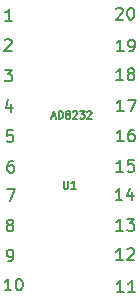
<source format=gbr>
%TF.GenerationSoftware,KiCad,Pcbnew,(6.0.9)*%
%TF.CreationDate,2022-12-23T02:35:25-08:00*%
%TF.ProjectId,AD8232_breakout,41443832-3332-45f6-9272-65616b6f7574,rev?*%
%TF.SameCoordinates,Original*%
%TF.FileFunction,Legend,Top*%
%TF.FilePolarity,Positive*%
%FSLAX46Y46*%
G04 Gerber Fmt 4.6, Leading zero omitted, Abs format (unit mm)*
G04 Created by KiCad (PCBNEW (6.0.9)) date 2022-12-23 02:35:25*
%MOMM*%
%LPD*%
G01*
G04 APERTURE LIST*
%ADD10C,0.150000*%
G04 APERTURE END LIST*
D10*
X142532076Y-93610180D02*
X142341600Y-93610180D01*
X142246361Y-93657800D01*
X142198742Y-93705419D01*
X142103504Y-93848276D01*
X142055885Y-94038752D01*
X142055885Y-94419704D01*
X142103504Y-94514942D01*
X142151123Y-94562561D01*
X142246361Y-94610180D01*
X142436838Y-94610180D01*
X142532076Y-94562561D01*
X142579695Y-94514942D01*
X142627314Y-94419704D01*
X142627314Y-94181609D01*
X142579695Y-94086371D01*
X142532076Y-94038752D01*
X142436838Y-93991133D01*
X142246361Y-93991133D01*
X142151123Y-94038752D01*
X142103504Y-94086371D01*
X142055885Y-94181609D01*
X142008266Y-96023180D02*
X142674933Y-96023180D01*
X142246361Y-97023180D01*
X151904723Y-104719380D02*
X151333295Y-104719380D01*
X151619009Y-104719380D02*
X151619009Y-103719380D01*
X151523771Y-103862238D01*
X151428533Y-103957476D01*
X151333295Y-104005095D01*
X152857104Y-104719380D02*
X152285676Y-104719380D01*
X152571390Y-104719380D02*
X152571390Y-103719380D01*
X152476152Y-103862238D01*
X152380914Y-103957476D01*
X152285676Y-104005095D01*
X151879323Y-91968580D02*
X151307895Y-91968580D01*
X151593609Y-91968580D02*
X151593609Y-90968580D01*
X151498371Y-91111438D01*
X151403133Y-91206676D01*
X151307895Y-91254295D01*
X152736466Y-90968580D02*
X152545990Y-90968580D01*
X152450752Y-91016200D01*
X152403133Y-91063819D01*
X152307895Y-91206676D01*
X152260276Y-91397152D01*
X152260276Y-91778104D01*
X152307895Y-91873342D01*
X152355514Y-91920961D01*
X152450752Y-91968580D01*
X152641228Y-91968580D01*
X152736466Y-91920961D01*
X152784085Y-91873342D01*
X152831704Y-91778104D01*
X152831704Y-91540009D01*
X152784085Y-91444771D01*
X152736466Y-91397152D01*
X152641228Y-91349533D01*
X152450752Y-91349533D01*
X152355514Y-91397152D01*
X152307895Y-91444771D01*
X152260276Y-91540009D01*
X151777723Y-96946980D02*
X151206295Y-96946980D01*
X151492009Y-96946980D02*
X151492009Y-95946980D01*
X151396771Y-96089838D01*
X151301533Y-96185076D01*
X151206295Y-96232695D01*
X152634866Y-96280314D02*
X152634866Y-96946980D01*
X152396771Y-95899361D02*
X152158676Y-96613647D01*
X152777723Y-96613647D01*
X141830466Y-85888580D02*
X142449514Y-85888580D01*
X142116180Y-86269533D01*
X142259038Y-86269533D01*
X142354276Y-86317152D01*
X142401895Y-86364771D01*
X142449514Y-86460009D01*
X142449514Y-86698104D01*
X142401895Y-86793342D01*
X142354276Y-86840961D01*
X142259038Y-86888580D01*
X141973323Y-86888580D01*
X141878085Y-86840961D01*
X141830466Y-86793342D01*
X142170161Y-99017152D02*
X142074923Y-98969533D01*
X142027304Y-98921914D01*
X141979685Y-98826676D01*
X141979685Y-98779057D01*
X142027304Y-98683819D01*
X142074923Y-98636200D01*
X142170161Y-98588580D01*
X142360638Y-98588580D01*
X142455876Y-98636200D01*
X142503495Y-98683819D01*
X142551114Y-98779057D01*
X142551114Y-98826676D01*
X142503495Y-98921914D01*
X142455876Y-98969533D01*
X142360638Y-99017152D01*
X142170161Y-99017152D01*
X142074923Y-99064771D01*
X142027304Y-99112390D01*
X141979685Y-99207628D01*
X141979685Y-99398104D01*
X142027304Y-99493342D01*
X142074923Y-99540961D01*
X142170161Y-99588580D01*
X142360638Y-99588580D01*
X142455876Y-99540961D01*
X142503495Y-99493342D01*
X142551114Y-99398104D01*
X142551114Y-99207628D01*
X142503495Y-99112390D01*
X142455876Y-99064771D01*
X142360638Y-99017152D01*
X151879323Y-84348580D02*
X151307895Y-84348580D01*
X151593609Y-84348580D02*
X151593609Y-83348580D01*
X151498371Y-83491438D01*
X151403133Y-83586676D01*
X151307895Y-83634295D01*
X152355514Y-84348580D02*
X152545990Y-84348580D01*
X152641228Y-84300961D01*
X152688847Y-84253342D01*
X152784085Y-84110485D01*
X152831704Y-83920009D01*
X152831704Y-83539057D01*
X152784085Y-83443819D01*
X152736466Y-83396200D01*
X152641228Y-83348580D01*
X152450752Y-83348580D01*
X152355514Y-83396200D01*
X152307895Y-83443819D01*
X152260276Y-83539057D01*
X152260276Y-83777152D01*
X152307895Y-83872390D01*
X152355514Y-83920009D01*
X152450752Y-83967628D01*
X152641228Y-83967628D01*
X152736466Y-83920009D01*
X152784085Y-83872390D01*
X152831704Y-83777152D01*
X151828523Y-99537780D02*
X151257095Y-99537780D01*
X151542809Y-99537780D02*
X151542809Y-98537780D01*
X151447571Y-98680638D01*
X151352333Y-98775876D01*
X151257095Y-98823495D01*
X152161857Y-98537780D02*
X152780904Y-98537780D01*
X152447571Y-98918733D01*
X152590428Y-98918733D01*
X152685666Y-98966352D01*
X152733285Y-99013971D01*
X152780904Y-99109209D01*
X152780904Y-99347304D01*
X152733285Y-99442542D01*
X152685666Y-99490161D01*
X152590428Y-99537780D01*
X152304714Y-99537780D01*
X152209476Y-99490161D01*
X152161857Y-99442542D01*
X142449514Y-81757780D02*
X141878085Y-81757780D01*
X142163800Y-81757780D02*
X142163800Y-80757780D01*
X142068561Y-80900638D01*
X141973323Y-80995876D01*
X141878085Y-81043495D01*
X142379723Y-104592380D02*
X141808295Y-104592380D01*
X142094009Y-104592380D02*
X142094009Y-103592380D01*
X141998771Y-103735238D01*
X141903533Y-103830476D01*
X141808295Y-103878095D01*
X142998771Y-103592380D02*
X143094009Y-103592380D01*
X143189247Y-103640000D01*
X143236866Y-103687619D01*
X143284485Y-103782857D01*
X143332104Y-103973333D01*
X143332104Y-104211428D01*
X143284485Y-104401904D01*
X143236866Y-104497142D01*
X143189247Y-104544761D01*
X143094009Y-104592380D01*
X142998771Y-104592380D01*
X142903533Y-104544761D01*
X142855914Y-104497142D01*
X142808295Y-104401904D01*
X142760676Y-104211428D01*
X142760676Y-103973333D01*
X142808295Y-103782857D01*
X142855914Y-103687619D01*
X142903533Y-103640000D01*
X142998771Y-103592380D01*
X151904723Y-89428580D02*
X151333295Y-89428580D01*
X151619009Y-89428580D02*
X151619009Y-88428580D01*
X151523771Y-88571438D01*
X151428533Y-88666676D01*
X151333295Y-88714295D01*
X152238057Y-88428580D02*
X152904723Y-88428580D01*
X152476152Y-89428580D01*
X151828523Y-102026980D02*
X151257095Y-102026980D01*
X151542809Y-102026980D02*
X151542809Y-101026980D01*
X151447571Y-101169838D01*
X151352333Y-101265076D01*
X151257095Y-101312695D01*
X152209476Y-101122219D02*
X152257095Y-101074600D01*
X152352333Y-101026980D01*
X152590428Y-101026980D01*
X152685666Y-101074600D01*
X152733285Y-101122219D01*
X152780904Y-101217457D01*
X152780904Y-101312695D01*
X152733285Y-101455552D01*
X152161857Y-102026980D01*
X152780904Y-102026980D01*
X151853923Y-86786980D02*
X151282495Y-86786980D01*
X151568209Y-86786980D02*
X151568209Y-85786980D01*
X151472971Y-85929838D01*
X151377733Y-86025076D01*
X151282495Y-86072695D01*
X152425352Y-86215552D02*
X152330114Y-86167933D01*
X152282495Y-86120314D01*
X152234876Y-86025076D01*
X152234876Y-85977457D01*
X152282495Y-85882219D01*
X152330114Y-85834600D01*
X152425352Y-85786980D01*
X152615828Y-85786980D01*
X152711066Y-85834600D01*
X152758685Y-85882219D01*
X152806304Y-85977457D01*
X152806304Y-86025076D01*
X152758685Y-86120314D01*
X152711066Y-86167933D01*
X152615828Y-86215552D01*
X152425352Y-86215552D01*
X152330114Y-86263171D01*
X152282495Y-86310790D01*
X152234876Y-86406028D01*
X152234876Y-86596504D01*
X152282495Y-86691742D01*
X152330114Y-86739361D01*
X152425352Y-86786980D01*
X152615828Y-86786980D01*
X152711066Y-86739361D01*
X152758685Y-86691742D01*
X152806304Y-86596504D01*
X152806304Y-86406028D01*
X152758685Y-86310790D01*
X152711066Y-86263171D01*
X152615828Y-86215552D01*
X142074923Y-102128580D02*
X142265400Y-102128580D01*
X142360638Y-102080961D01*
X142408257Y-102033342D01*
X142503495Y-101890485D01*
X142551114Y-101700009D01*
X142551114Y-101319057D01*
X142503495Y-101223819D01*
X142455876Y-101176200D01*
X142360638Y-101128580D01*
X142170161Y-101128580D01*
X142074923Y-101176200D01*
X142027304Y-101223819D01*
X141979685Y-101319057D01*
X141979685Y-101557152D01*
X142027304Y-101652390D01*
X142074923Y-101700009D01*
X142170161Y-101747628D01*
X142360638Y-101747628D01*
X142455876Y-101700009D01*
X142503495Y-101652390D01*
X142551114Y-101557152D01*
X142379676Y-88787314D02*
X142379676Y-89453980D01*
X142141580Y-88406361D02*
X141903485Y-89120647D01*
X142522533Y-89120647D01*
X151853923Y-94533980D02*
X151282495Y-94533980D01*
X151568209Y-94533980D02*
X151568209Y-93533980D01*
X151472971Y-93676838D01*
X151377733Y-93772076D01*
X151282495Y-93819695D01*
X152758685Y-93533980D02*
X152282495Y-93533980D01*
X152234876Y-94010171D01*
X152282495Y-93962552D01*
X152377733Y-93914933D01*
X152615828Y-93914933D01*
X152711066Y-93962552D01*
X152758685Y-94010171D01*
X152806304Y-94105409D01*
X152806304Y-94343504D01*
X152758685Y-94438742D01*
X152711066Y-94486361D01*
X152615828Y-94533980D01*
X152377733Y-94533980D01*
X152282495Y-94486361D01*
X152234876Y-94438742D01*
X151257095Y-80751419D02*
X151304714Y-80703800D01*
X151399952Y-80656180D01*
X151638047Y-80656180D01*
X151733285Y-80703800D01*
X151780904Y-80751419D01*
X151828523Y-80846657D01*
X151828523Y-80941895D01*
X151780904Y-81084752D01*
X151209476Y-81656180D01*
X151828523Y-81656180D01*
X152447571Y-80656180D02*
X152542809Y-80656180D01*
X152638047Y-80703800D01*
X152685666Y-80751419D01*
X152733285Y-80846657D01*
X152780904Y-81037133D01*
X152780904Y-81275228D01*
X152733285Y-81465704D01*
X152685666Y-81560942D01*
X152638047Y-81608561D01*
X152542809Y-81656180D01*
X152447571Y-81656180D01*
X152352333Y-81608561D01*
X152304714Y-81560942D01*
X152257095Y-81465704D01*
X152209476Y-81275228D01*
X152209476Y-81037133D01*
X152257095Y-80846657D01*
X152304714Y-80751419D01*
X152352333Y-80703800D01*
X152447571Y-80656180D01*
X141827285Y-83418419D02*
X141874904Y-83370800D01*
X141970142Y-83323180D01*
X142208238Y-83323180D01*
X142303476Y-83370800D01*
X142351095Y-83418419D01*
X142398714Y-83513657D01*
X142398714Y-83608895D01*
X142351095Y-83751752D01*
X141779666Y-84323180D01*
X142398714Y-84323180D01*
X142503495Y-91019380D02*
X142027304Y-91019380D01*
X141979685Y-91495571D01*
X142027304Y-91447952D01*
X142122542Y-91400333D01*
X142360638Y-91400333D01*
X142455876Y-91447952D01*
X142503495Y-91495571D01*
X142551114Y-91590809D01*
X142551114Y-91828904D01*
X142503495Y-91924142D01*
X142455876Y-91971761D01*
X142360638Y-92019380D01*
X142122542Y-92019380D01*
X142027304Y-91971761D01*
X141979685Y-91924142D01*
%TO.C,U1*%
X146832380Y-95331323D02*
X146832380Y-95849419D01*
X146862857Y-95910371D01*
X146893333Y-95940847D01*
X146954285Y-95971323D01*
X147076190Y-95971323D01*
X147137142Y-95940847D01*
X147167619Y-95910371D01*
X147198095Y-95849419D01*
X147198095Y-95331323D01*
X147838095Y-95971323D02*
X147472380Y-95971323D01*
X147655238Y-95971323D02*
X147655238Y-95331323D01*
X147594285Y-95422752D01*
X147533333Y-95483704D01*
X147472380Y-95514180D01*
X145808571Y-89856666D02*
X146113333Y-89856666D01*
X145747619Y-90039523D02*
X145960952Y-89399523D01*
X146174285Y-90039523D01*
X146387619Y-90039523D02*
X146387619Y-89399523D01*
X146540000Y-89399523D01*
X146631428Y-89430000D01*
X146692380Y-89490952D01*
X146722857Y-89551904D01*
X146753333Y-89673809D01*
X146753333Y-89765238D01*
X146722857Y-89887142D01*
X146692380Y-89948095D01*
X146631428Y-90009047D01*
X146540000Y-90039523D01*
X146387619Y-90039523D01*
X147119047Y-89673809D02*
X147058095Y-89643333D01*
X147027619Y-89612857D01*
X146997142Y-89551904D01*
X146997142Y-89521428D01*
X147027619Y-89460476D01*
X147058095Y-89430000D01*
X147119047Y-89399523D01*
X147240952Y-89399523D01*
X147301904Y-89430000D01*
X147332380Y-89460476D01*
X147362857Y-89521428D01*
X147362857Y-89551904D01*
X147332380Y-89612857D01*
X147301904Y-89643333D01*
X147240952Y-89673809D01*
X147119047Y-89673809D01*
X147058095Y-89704285D01*
X147027619Y-89734761D01*
X146997142Y-89795714D01*
X146997142Y-89917619D01*
X147027619Y-89978571D01*
X147058095Y-90009047D01*
X147119047Y-90039523D01*
X147240952Y-90039523D01*
X147301904Y-90009047D01*
X147332380Y-89978571D01*
X147362857Y-89917619D01*
X147362857Y-89795714D01*
X147332380Y-89734761D01*
X147301904Y-89704285D01*
X147240952Y-89673809D01*
X147606666Y-89460476D02*
X147637142Y-89430000D01*
X147698095Y-89399523D01*
X147850476Y-89399523D01*
X147911428Y-89430000D01*
X147941904Y-89460476D01*
X147972380Y-89521428D01*
X147972380Y-89582380D01*
X147941904Y-89673809D01*
X147576190Y-90039523D01*
X147972380Y-90039523D01*
X148185714Y-89399523D02*
X148581904Y-89399523D01*
X148368571Y-89643333D01*
X148460000Y-89643333D01*
X148520952Y-89673809D01*
X148551428Y-89704285D01*
X148581904Y-89765238D01*
X148581904Y-89917619D01*
X148551428Y-89978571D01*
X148520952Y-90009047D01*
X148460000Y-90039523D01*
X148277142Y-90039523D01*
X148216190Y-90009047D01*
X148185714Y-89978571D01*
X148825714Y-89460476D02*
X148856190Y-89430000D01*
X148917142Y-89399523D01*
X149069523Y-89399523D01*
X149130476Y-89430000D01*
X149160952Y-89460476D01*
X149191428Y-89521428D01*
X149191428Y-89582380D01*
X149160952Y-89673809D01*
X148795238Y-90039523D01*
X149191428Y-90039523D01*
%TD*%
M02*

</source>
